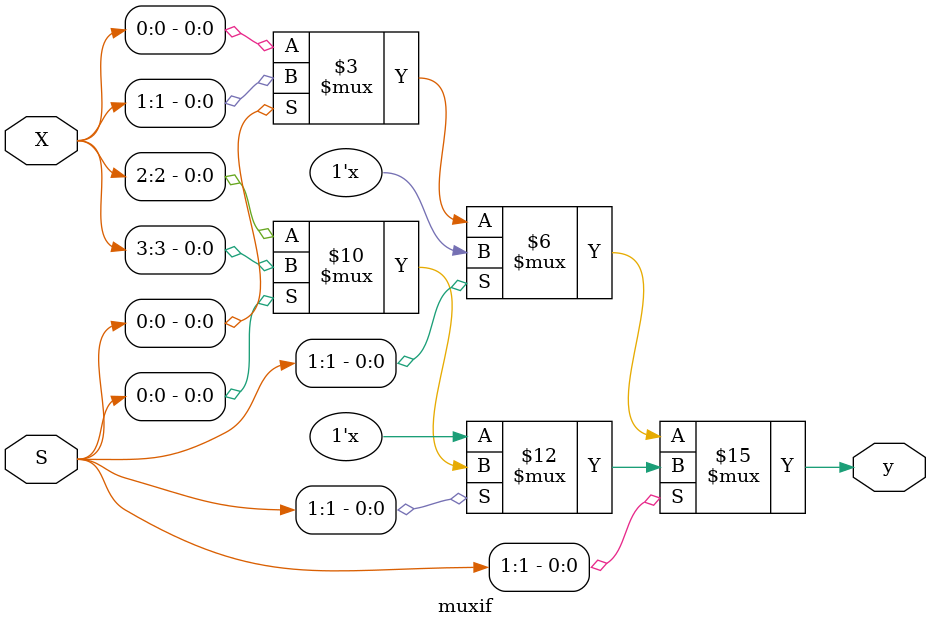
<source format=v>
module muxif(S,X,y);
input [3:0]X;
input [1:0]S;
output reg y;
always @(S,X)
begin
if(S[1])
begin
if(S[0]) y=X[3];
else y=X[2];
end
else
begin
if(S[0]) y=X[1];
else y=X[0];
end
end
endmodule


</source>
